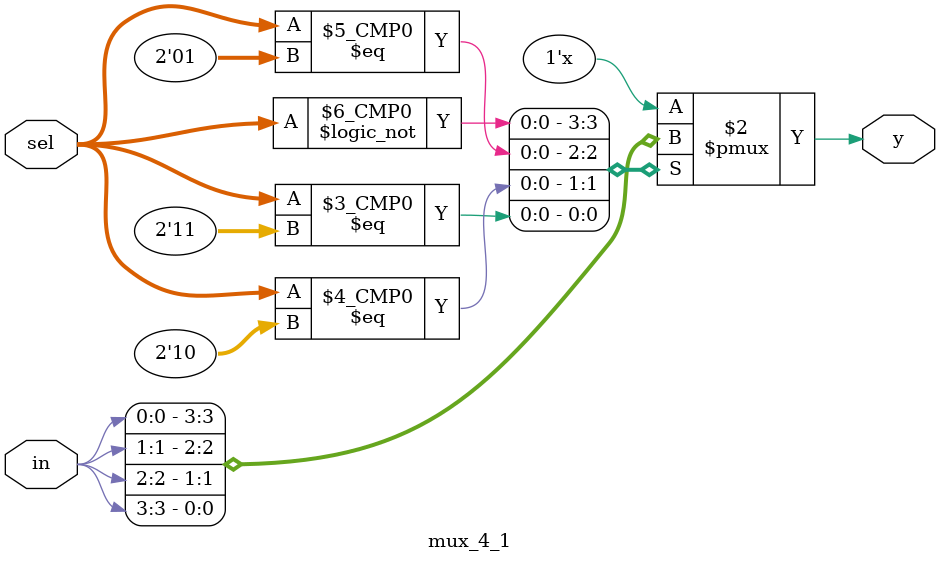
<source format=v>
module mux_4_1(
  input  [3:0] in,      // 4 inputs: in[0]..in[3]
  input  [1:0] sel,     // 2-bit select
  output reg  y         // reg because assigned in always block
);

  always @(*) begin
    case (sel)
      2'b00: y = in[0];
      2'b01: y = in[1];
      2'b10: y = in[2];
      2'b11: y = in[3];
      default: y = 1'b0;   // or 1'bx if you want "unknown"
    endcase
  end

endmodule

</source>
